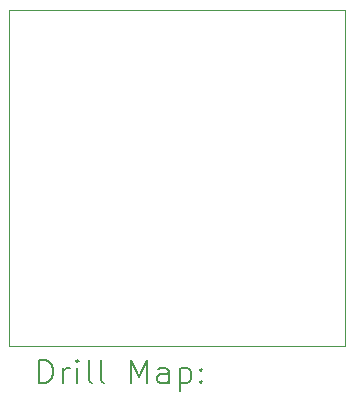
<source format=gbr>
%TF.GenerationSoftware,KiCad,Pcbnew,8.0.6-8.0.6-0~ubuntu24.04.1*%
%TF.CreationDate,2024-10-30T09:27:26+01:00*%
%TF.ProjectId,clock_pcb,636c6f63-6b5f-4706-9362-2e6b69636164,rev?*%
%TF.SameCoordinates,Original*%
%TF.FileFunction,Drillmap*%
%TF.FilePolarity,Positive*%
%FSLAX45Y45*%
G04 Gerber Fmt 4.5, Leading zero omitted, Abs format (unit mm)*
G04 Created by KiCad (PCBNEW 8.0.6-8.0.6-0~ubuntu24.04.1) date 2024-10-30 09:27:26*
%MOMM*%
%LPD*%
G01*
G04 APERTURE LIST*
%ADD10C,0.050000*%
%ADD11C,0.200000*%
G04 APERTURE END LIST*
D10*
X12800000Y-9950000D02*
X12800000Y-12800000D01*
X9950000Y-12800000D02*
X12800000Y-12800000D01*
X9950000Y-9950000D02*
X12800000Y-9950000D01*
X9950000Y-9950000D02*
X9950000Y-12800000D01*
D11*
X10208277Y-13113984D02*
X10208277Y-12913984D01*
X10208277Y-12913984D02*
X10255896Y-12913984D01*
X10255896Y-12913984D02*
X10284467Y-12923508D01*
X10284467Y-12923508D02*
X10303515Y-12942555D01*
X10303515Y-12942555D02*
X10313039Y-12961603D01*
X10313039Y-12961603D02*
X10322563Y-12999698D01*
X10322563Y-12999698D02*
X10322563Y-13028269D01*
X10322563Y-13028269D02*
X10313039Y-13066365D01*
X10313039Y-13066365D02*
X10303515Y-13085412D01*
X10303515Y-13085412D02*
X10284467Y-13104460D01*
X10284467Y-13104460D02*
X10255896Y-13113984D01*
X10255896Y-13113984D02*
X10208277Y-13113984D01*
X10408277Y-13113984D02*
X10408277Y-12980650D01*
X10408277Y-13018746D02*
X10417801Y-12999698D01*
X10417801Y-12999698D02*
X10427324Y-12990174D01*
X10427324Y-12990174D02*
X10446372Y-12980650D01*
X10446372Y-12980650D02*
X10465420Y-12980650D01*
X10532086Y-13113984D02*
X10532086Y-12980650D01*
X10532086Y-12913984D02*
X10522563Y-12923508D01*
X10522563Y-12923508D02*
X10532086Y-12933031D01*
X10532086Y-12933031D02*
X10541610Y-12923508D01*
X10541610Y-12923508D02*
X10532086Y-12913984D01*
X10532086Y-12913984D02*
X10532086Y-12933031D01*
X10655896Y-13113984D02*
X10636848Y-13104460D01*
X10636848Y-13104460D02*
X10627324Y-13085412D01*
X10627324Y-13085412D02*
X10627324Y-12913984D01*
X10760658Y-13113984D02*
X10741610Y-13104460D01*
X10741610Y-13104460D02*
X10732086Y-13085412D01*
X10732086Y-13085412D02*
X10732086Y-12913984D01*
X10989229Y-13113984D02*
X10989229Y-12913984D01*
X10989229Y-12913984D02*
X11055896Y-13056841D01*
X11055896Y-13056841D02*
X11122563Y-12913984D01*
X11122563Y-12913984D02*
X11122563Y-13113984D01*
X11303515Y-13113984D02*
X11303515Y-13009222D01*
X11303515Y-13009222D02*
X11293991Y-12990174D01*
X11293991Y-12990174D02*
X11274943Y-12980650D01*
X11274943Y-12980650D02*
X11236848Y-12980650D01*
X11236848Y-12980650D02*
X11217801Y-12990174D01*
X11303515Y-13104460D02*
X11284467Y-13113984D01*
X11284467Y-13113984D02*
X11236848Y-13113984D01*
X11236848Y-13113984D02*
X11217801Y-13104460D01*
X11217801Y-13104460D02*
X11208277Y-13085412D01*
X11208277Y-13085412D02*
X11208277Y-13066365D01*
X11208277Y-13066365D02*
X11217801Y-13047317D01*
X11217801Y-13047317D02*
X11236848Y-13037793D01*
X11236848Y-13037793D02*
X11284467Y-13037793D01*
X11284467Y-13037793D02*
X11303515Y-13028269D01*
X11398753Y-12980650D02*
X11398753Y-13180650D01*
X11398753Y-12990174D02*
X11417801Y-12980650D01*
X11417801Y-12980650D02*
X11455896Y-12980650D01*
X11455896Y-12980650D02*
X11474943Y-12990174D01*
X11474943Y-12990174D02*
X11484467Y-12999698D01*
X11484467Y-12999698D02*
X11493991Y-13018746D01*
X11493991Y-13018746D02*
X11493991Y-13075888D01*
X11493991Y-13075888D02*
X11484467Y-13094936D01*
X11484467Y-13094936D02*
X11474943Y-13104460D01*
X11474943Y-13104460D02*
X11455896Y-13113984D01*
X11455896Y-13113984D02*
X11417801Y-13113984D01*
X11417801Y-13113984D02*
X11398753Y-13104460D01*
X11579705Y-13094936D02*
X11589229Y-13104460D01*
X11589229Y-13104460D02*
X11579705Y-13113984D01*
X11579705Y-13113984D02*
X11570182Y-13104460D01*
X11570182Y-13104460D02*
X11579705Y-13094936D01*
X11579705Y-13094936D02*
X11579705Y-13113984D01*
X11579705Y-12990174D02*
X11589229Y-12999698D01*
X11589229Y-12999698D02*
X11579705Y-13009222D01*
X11579705Y-13009222D02*
X11570182Y-12999698D01*
X11570182Y-12999698D02*
X11579705Y-12990174D01*
X11579705Y-12990174D02*
X11579705Y-13009222D01*
M02*

</source>
